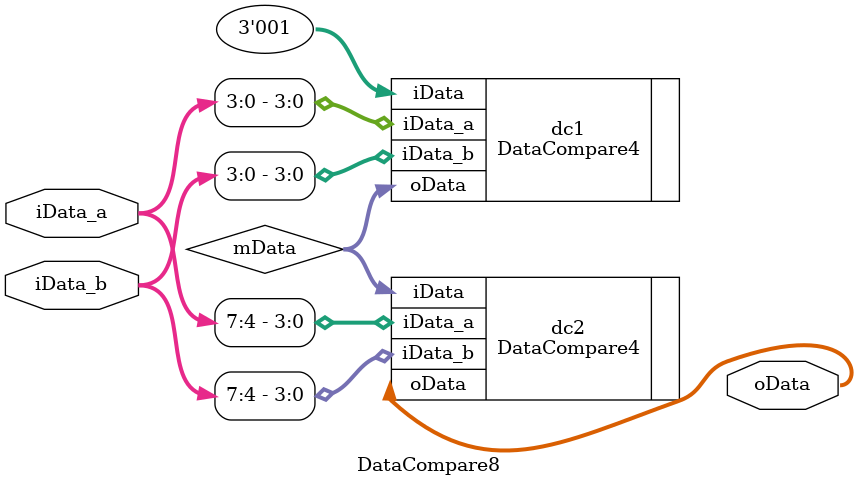
<source format=v>
`timescale 1ns / 1ns


module DataCompare8(
    input [7:0] iData_a,
    input [7:0] iData_b,
    output [2:0] oData
    );
    wire [2:0] mData;
    DataCompare4 dc1(
        .iData_a(iData_a[3:0]),
        .iData_b(iData_b[3:0]),
        .iData(3'b001),
        .oData(mData)
    );
    DataCompare4 dc2(
        .iData_a(iData_a[7:4]),
        .iData_b(iData_b[7:4]),
        .iData(mData),
        .oData(oData)
    );
endmodule

</source>
